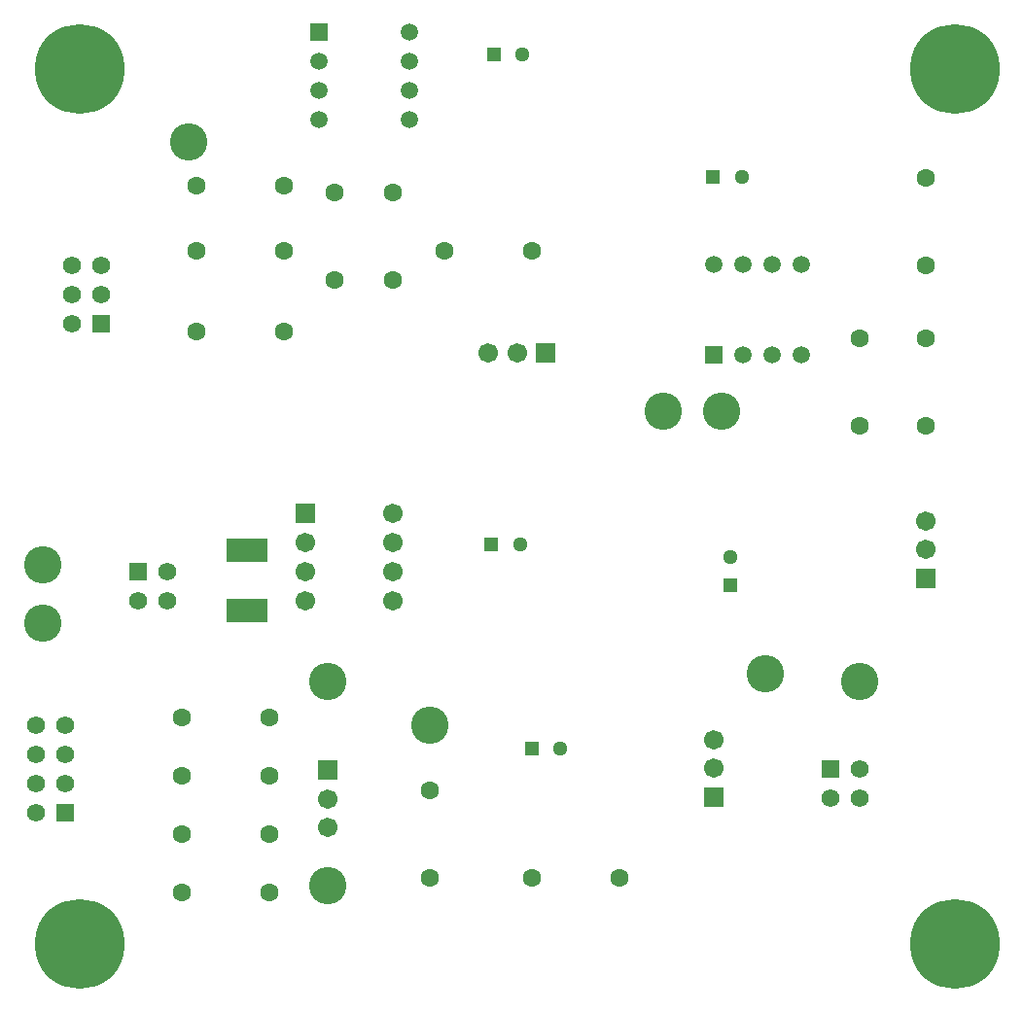
<source format=gbr>
G04 Layer_Color=8388736*
%FSLAX23Y23*%
%MOIN*%
%TF.FileFunction,Soldermask,Top*%
%TF.Part,Single*%
G01*
G75*
%TA.AperFunction,SMDPad,CuDef*%
%ADD30R,0.143X0.084*%
%TA.AperFunction,ViaPad*%
%ADD31C,0.308*%
%ADD32C,0.128*%
%TA.AperFunction,ComponentPad*%
%ADD33R,0.051X0.051*%
%ADD34C,0.051*%
%ADD35R,0.051X0.051*%
%ADD36C,0.063*%
%ADD37C,0.067*%
%ADD38R,0.067X0.067*%
%ADD39C,0.062*%
%ADD40R,0.062X0.062*%
%ADD41R,0.067X0.067*%
%ADD42C,0.059*%
%ADD43R,0.059X0.059*%
%ADD44C,0.067*%
%ADD45R,0.067X0.067*%
%ADD46R,0.059X0.059*%
D30*
X1825Y2392D02*
D03*
Y2600D02*
D03*
D31*
X1250Y1250D02*
D03*
X4250D02*
D03*
Y4250D02*
D03*
X1250D02*
D03*
D32*
X2100Y1450D02*
D03*
X2450Y2000D02*
D03*
X2100Y2150D02*
D03*
X1125Y2550D02*
D03*
Y2350D02*
D03*
X1625Y4000D02*
D03*
X3250Y3075D02*
D03*
X3450D02*
D03*
X3600Y2175D02*
D03*
X3925Y2150D02*
D03*
D33*
X2662Y2620D02*
D03*
X2800Y1920D02*
D03*
X3422Y3880D02*
D03*
X2671Y4300D02*
D03*
D34*
X2760Y2620D02*
D03*
X2898Y1920D02*
D03*
X3480Y2578D02*
D03*
X3520Y3880D02*
D03*
X2769Y4300D02*
D03*
D35*
X3480Y2480D02*
D03*
D36*
X1600Y1425D02*
D03*
Y1625D02*
D03*
Y1825D02*
D03*
Y2025D02*
D03*
X1900Y1825D02*
D03*
Y1625D02*
D03*
Y1425D02*
D03*
X2450Y1475D02*
D03*
Y1775D02*
D03*
X2800Y1475D02*
D03*
X3100D02*
D03*
X1900Y2025D02*
D03*
X1950Y3350D02*
D03*
X2125Y3525D02*
D03*
X2325D02*
D03*
X2500Y3625D02*
D03*
X2325Y3825D02*
D03*
X2125D02*
D03*
X1950Y3850D02*
D03*
Y3625D02*
D03*
X1650Y3850D02*
D03*
Y3625D02*
D03*
Y3350D02*
D03*
X2800Y3625D02*
D03*
X3925Y3025D02*
D03*
X4150D02*
D03*
Y3325D02*
D03*
Y3575D02*
D03*
X3925Y3325D02*
D03*
X4150Y3875D02*
D03*
D37*
X2100Y1650D02*
D03*
Y1748D02*
D03*
X3425Y1852D02*
D03*
Y1950D02*
D03*
X4150Y2602D02*
D03*
Y2700D02*
D03*
X2750Y3275D02*
D03*
X2652D02*
D03*
D38*
X2100Y1847D02*
D03*
X3425Y1753D02*
D03*
X4150Y2503D02*
D03*
D39*
X1100Y1700D02*
D03*
X1200Y1800D02*
D03*
Y1900D02*
D03*
Y2000D02*
D03*
X1100D02*
D03*
Y1900D02*
D03*
Y1800D02*
D03*
X1550Y2425D02*
D03*
Y2525D02*
D03*
X1450Y2425D02*
D03*
X1225Y3375D02*
D03*
X1325Y3475D02*
D03*
Y3575D02*
D03*
X1225D02*
D03*
Y3475D02*
D03*
X3825Y1750D02*
D03*
X3925D02*
D03*
Y1850D02*
D03*
D40*
X1200Y1700D02*
D03*
X1450Y2525D02*
D03*
X1325Y3375D02*
D03*
X3825Y1850D02*
D03*
D41*
X2848Y3275D02*
D03*
D42*
X3525Y3270D02*
D03*
X3625D02*
D03*
X3725D02*
D03*
Y3580D02*
D03*
X3625D02*
D03*
X3525D02*
D03*
X3425D02*
D03*
X2380Y4375D02*
D03*
Y4275D02*
D03*
Y4175D02*
D03*
Y4075D02*
D03*
X2070Y4275D02*
D03*
Y4175D02*
D03*
Y4075D02*
D03*
D43*
X2070Y4375D02*
D03*
D44*
X2325Y2425D02*
D03*
Y2525D02*
D03*
Y2625D02*
D03*
Y2725D02*
D03*
X2025Y2625D02*
D03*
Y2525D02*
D03*
Y2425D02*
D03*
D45*
X2025Y2725D02*
D03*
D46*
X3425Y3270D02*
D03*
%TF.MD5,57d344a717fb48cf86bfdddaf0174237*%
M02*

</source>
